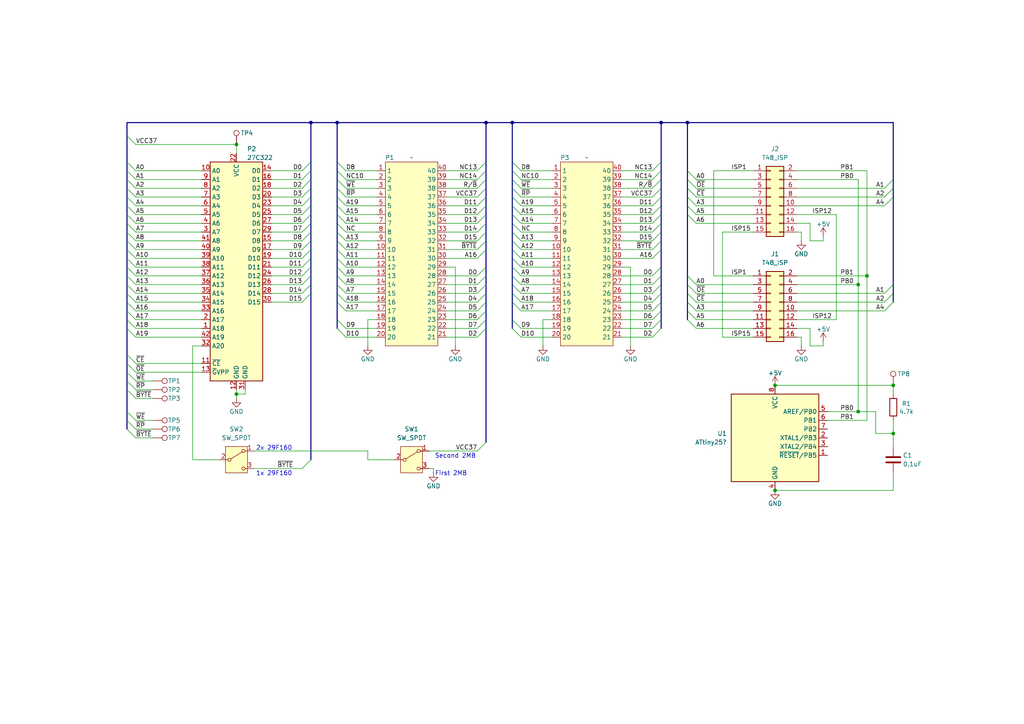
<source format=kicad_sch>
(kicad_sch (version 20231120) (generator "eeschema") (generator_version "8.0")
  (paper "A4")
  (title_block (title "29F160 to UV EPROM") (date "2025-05-20") (rev "v1.2") (company "https://github.com/MouseBiteLabs"))
  (lib_symbols
    (symbol "Bucketmouse:T48_ISP" (pin_names (offset 1.016) hide)
      (property "Reference" "J" (at 1.27 10.16 0))
      (property "Value" "T48_ISP" (at 1.27 -12.7 0))
      (symbol "T48_ISP_1_1"
        (pin passive line (at -5.08 7.62 0) (length 3.81) (name "Pin_1") (number "1"))
        (pin passive line (at 7.62 -2.54 180) (length 3.81) (name "Pin_10") (number "10"))
        (pin passive line (at -5.08 -5.08 0) (length 3.81) (name "Pin_11") (number "11"))
        (pin passive line (at 7.62 -5.08 180) (length 3.81) (name "Pin_12") (number "12"))
        (pin passive line (at -5.08 -7.62 0) (length 3.81) (name "Pin_13") (number "13"))
        (pin passive line (at 7.62 -7.62 180) (length 3.81) (name "Pin_14") (number "14"))
        (pin passive line (at -5.08 -10.16 0) (length 3.81) (name "Pin_15") (number "15"))
        (pin passive line (at 7.62 -10.16 180) (length 3.81) (name "Pin_16") (number "16"))
        (pin passive line (at 7.62 7.62 180) (length 3.81) (name "Pin_2") (number "2"))
        (pin passive line (at -5.08 5.08 0) (length 3.81) (name "Pin_3") (number "3"))
        (pin passive line (at 7.62 5.08 180) (length 3.81) (name "Pin_4") (number "4"))
        (pin passive line (at -5.08 2.54 0) (length 3.81) (name "Pin_5") (number "5"))
        (pin passive line (at 7.62 2.54 180) (length 3.81) (name "Pin_6") (number "6"))
        (pin passive line (at -5.08 0 0) (length 3.81) (name "Pin_7") (number "7"))
        (pin passive line (at 7.62 0 180) (length 3.81) (name "Pin_8") (number "8"))
        (pin passive line (at -5.08 -2.54 0) (length 3.81) (name "Pin_9") (number "9"))
      )
    )
    (symbol "Bucketmouse:T48_ZIF"
      (property "Reference" "P" (at -7.112 27.94 0))
      (symbol "T48_ZIF_1_1"
        (pin unspecified line (at -10.16 24.13 0) (length 2.54) (name "1") (number "1"))
        (pin unspecified line (at -10.16 1.27 0) (length 2.54) (name "10") (number "10"))
        (pin unspecified line (at -10.16 -1.27 0) (length 2.54) (name "11") (number "11"))
        (pin unspecified line (at -10.16 -3.81 0) (length 2.54) (name "12") (number "12"))
        (pin unspecified line (at -10.16 -6.35 0) (length 2.54) (name "13") (number "13"))
        (pin unspecified line (at -10.16 -8.89 0) (length 2.54) (name "14") (number "14"))
        (pin unspecified line (at -10.16 -11.43 0) (length 2.54) (name "15") (number "15"))
        (pin unspecified line (at -10.16 -13.97 0) (length 2.54) (name "16") (number "16"))
        (pin unspecified line (at -10.16 -16.51 0) (length 2.54) (name "17") (number "17"))
        (pin unspecified line (at -10.16 -19.05 0) (length 2.54) (name "18") (number "18"))
        (pin unspecified line (at -10.16 -21.59 0) (length 2.54) (name "19") (number "19"))
        (pin unspecified line (at -10.16 21.59 0) (length 2.54) (name "2") (number "2"))
        (pin unspecified line (at -10.16 -24.13 0) (length 2.54) (name "20") (number "20"))
        (pin unspecified line (at 10.16 -24.13 180) (length 2.54) (name "21") (number "21"))
        (pin unspecified line (at 10.16 -21.59 180) (length 2.54) (name "22") (number "22"))
        (pin unspecified line (at 10.16 -19.05 180) (length 2.54) (name "23") (number "23"))
        (pin unspecified line (at 10.16 -16.51 180) (length 2.54) (name "24") (number "24"))
        (pin unspecified line (at 10.16 -13.97 180) (length 2.54) (name "25") (number "25"))
        (pin unspecified line (at 10.16 -11.43 180) (length 2.54) (name "26") (number "26"))
        (pin unspecified line (at 10.16 -8.89 180) (length 2.54) (name "27") (number "27"))
        (pin unspecified line (at 10.16 -6.35 180) (length 2.54) (name "28") (number "28"))
        (pin unspecified line (at 10.16 -3.81 180) (length 2.54) (name "29") (number "29"))
        (pin unspecified line (at -10.16 19.05 0) (length 2.54) (name "3") (number "3"))
        (pin unspecified line (at 10.16 -1.27 180) (length 2.54) (name "30") (number "30"))
        (pin unspecified line (at 10.16 1.27 180) (length 2.54) (name "31") (number "31"))
        (pin unspecified line (at 10.16 3.81 180) (length 2.54) (name "32") (number "32"))
        (pin unspecified line (at 10.16 6.35 180) (length 2.54) (name "33") (number "33"))
        (pin unspecified line (at 10.16 8.89 180) (length 2.54) (name "34") (number "34"))
        (pin unspecified line (at 10.16 11.43 180) (length 2.54) (name "35") (number "35"))
        (pin unspecified line (at 10.16 13.97 180) (length 2.54) (name "36") (number "36"))
        (pin unspecified line (at 10.16 16.51 180) (length 2.54) (name "37") (number "37"))
        (pin unspecified line (at 10.16 19.05 180) (length 2.54) (name "38") (number "38"))
        (pin unspecified line (at 10.16 21.59 180) (length 2.54) (name "39") (number "39"))
        (pin unspecified line (at -10.16 16.51 0) (length 2.54) (name "4") (number "4"))
        (pin unspecified line (at 10.16 24.13 180) (length 2.54) (name "40") (number "40"))
        (pin unspecified line (at -10.16 13.97 0) (length 2.54) (name "5") (number "5"))
        (pin unspecified line (at -10.16 11.43 0) (length 2.54) (name "6") (number "6"))
        (pin unspecified line (at -10.16 8.89 0) (length 2.54) (name "7") (number "7"))
        (pin unspecified line (at -10.16 6.35 0) (length 2.54) (name "8") (number "8"))
        (pin unspecified line (at -10.16 3.81 0) (length 2.54) (name "9") (number "9"))
      )
    )
    (symbol "Bucketmouse_Nintendo:27C322"
      (property "Reference" "U" (at -7.62 31.75 0))
      (property "Value" "27C322" (at -10.414 -34.29 0))
      (symbol "27C322_1_1"
        (pin input line (at -10.16 -17.78 0) (length 2.54) (name "A18") (number "1"))
        (pin input line (at -10.16 27.94 0) (length 2.54) (name "A0") (number "10"))
        (pin input line (at -10.16 -27.94 0) (length 2.54) (name "~{CE}") (number "11"))
        (pin power_in line (at 0 -35.56 90) (length 2.54) (name "GND") (number "12"))
        (pin input line (at -10.16 -30.48 0) (length 2.54) (name "~{G}VPP") (number "13"))
        (pin tri_state line (at 10.16 27.94 180) (length 2.54) (name "D0") (number "14"))
        (pin tri_state line (at 10.16 7.62 180) (length 2.54) (name "D8") (number "15"))
        (pin tri_state line (at 10.16 25.4 180) (length 2.54) (name "D1") (number "16"))
        (pin tri_state line (at 10.16 5.08 180) (length 2.54) (name "D9") (number "17"))
        (pin tri_state line (at 10.16 22.86 180) (length 2.54) (name "D2") (number "18"))
        (pin tri_state line (at 10.16 2.54 180) (length 2.54) (name "D10") (number "19"))
        (pin input line (at -10.16 -15.24 0) (length 2.54) (name "A17") (number "2"))
        (pin tri_state line (at 10.16 20.32 180) (length 2.54) (name "D3") (number "20"))
        (pin tri_state line (at 10.16 0 180) (length 2.54) (name "D11") (number "21"))
        (pin power_in line (at 0 33.02 270) (length 2.54) (name "VCC") (number "22"))
        (pin tri_state line (at 10.16 17.78 180) (length 2.54) (name "D4") (number "23"))
        (pin tri_state line (at 10.16 -2.54 180) (length 2.54) (name "D12") (number "24"))
        (pin tri_state line (at 10.16 15.24 180) (length 2.54) (name "D5") (number "25"))
        (pin tri_state line (at 10.16 -5.08 180) (length 2.54) (name "D13") (number "26"))
        (pin tri_state line (at 10.16 12.7 180) (length 2.54) (name "D6") (number "27"))
        (pin tri_state line (at 10.16 -7.62 180) (length 2.54) (name "D14") (number "28"))
        (pin tri_state line (at 10.16 10.16 180) (length 2.54) (name "D7") (number "29"))
        (pin input line (at -10.16 10.16 0) (length 2.54) (name "A7") (number "3"))
        (pin tri_state line (at 10.16 -10.16 180) (length 2.54) (name "D15") (number "30"))
        (pin power_in line (at 2.54 -35.56 90) (length 2.54) (name "GND") (number "31"))
        (pin input line (at -10.16 -22.86 0) (length 2.54) (name "A20") (number "32"))
        (pin input line (at -10.16 -12.7 0) (length 2.54) (name "A16") (number "33"))
        (pin input line (at -10.16 -10.16 0) (length 2.54) (name "A15") (number "34"))
        (pin input line (at -10.16 -7.62 0) (length 2.54) (name "A14") (number "35"))
        (pin input line (at -10.16 -5.08 0) (length 2.54) (name "A13") (number "36"))
        (pin input line (at -10.16 -2.54 0) (length 2.54) (name "A12") (number "37"))
        (pin input line (at -10.16 0 0) (length 2.54) (name "A11") (number "38"))
        (pin input line (at -10.16 2.54 0) (length 2.54) (name "A10") (number "39"))
        (pin input line (at -10.16 12.7 0) (length 2.54) (name "A6") (number "4"))
        (pin input line (at -10.16 5.08 0) (length 2.54) (name "A9") (number "40"))
        (pin input line (at -10.16 7.62 0) (length 2.54) (name "A8") (number "41"))
        (pin input line (at -10.16 -20.32 0) (length 2.54) (name "A19") (number "42"))
        (pin input line (at -10.16 15.24 0) (length 2.54) (name "A5") (number "5"))
        (pin input line (at -10.16 17.78 0) (length 2.54) (name "A4") (number "6"))
        (pin input line (at -10.16 20.32 0) (length 2.54) (name "A3") (number "7"))
        (pin input line (at -10.16 22.86 0) (length 2.54) (name "A2") (number "8"))
        (pin input line (at -10.16 25.4 0) (length 2.54) (name "A1") (number "9"))
      )
    )
    (symbol "Connector:TestPoint" (pin_numbers hide) (pin_names (offset 0.762) hide)
      (property "Reference" "TP" (at 0 6.858 0))
      (property "Value" "TestPoint" (at 0 5.08 0))
      (symbol "TestPoint_1_1"
        (pin passive line (at 0 0 90) (length 2.54) (name "1") (number "1"))
      )
    )
    (symbol "Device:C" (pin_numbers hide) (pin_names (offset 0.254))
      (property "Reference" "C" (at 0.635 2.54 0))
      (property "Value" "C" (at 0.635 -2.54 0))
      (symbol "C_1_1"
        (pin passive line (at 0 3.81 270) (length 2.794) (name "~") (number "1"))
        (pin passive line (at 0 -3.81 90) (length 2.794) (name "~") (number "2"))
      )
    )
    (symbol "Device:R" (pin_numbers hide) (pin_names (offset 0))
      (property "Reference" "R" (at 2.032 0 90))
      (property "Value" "R" (at 0 0 90))
      (symbol "R_1_1"
        (pin passive line (at 0 3.81 270) (length 1.27) (name "~") (number "1"))
        (pin passive line (at 0 -3.81 90) (length 1.27) (name "~") (number "2"))
      )
    )
    (symbol "MCU_Microchip_ATtiny:ATtiny25-20SS"
      (property "Reference" "U" (at -12.7 13.97 0))
      (property "Value" "ATtiny25-20SS" (at 2.54 -13.97 0))
      (symbol "ATtiny25-20SS_1_1"
        (pin bidirectional line (at 15.24 -5.08 180) (length 2.54) (name "~{RESET}/PB5") (number "1"))
        (pin bidirectional line (at 15.24 0 180) (length 2.54) (name "XTAL1/PB3") (number "2"))
        (pin bidirectional line (at 15.24 -2.54 180) (length 2.54) (name "XTAL2/PB4") (number "3"))
        (pin power_in line (at 0 -15.24 90) (length 2.54) (name "GND") (number "4"))
        (pin bidirectional line (at 15.24 7.62 180) (length 2.54) (name "AREF/PB0") (number "5"))
        (pin bidirectional line (at 15.24 5.08 180) (length 2.54) (name "PB1") (number "6"))
        (pin bidirectional line (at 15.24 2.54 180) (length 2.54) (name "PB2") (number "7"))
        (pin power_in line (at 0 15.24 270) (length 2.54) (name "VCC") (number "8"))
      )
    )
    (symbol "Switch:SW_SPDT" (pin_names (offset 0) hide)
      (property "Reference" "SW" (at 0 5.08 0))
      (property "Value" "SW_SPDT" (at 0 -5.08 0))
      (symbol "SW_SPDT_1_1"
        (pin passive line (at 5.08 2.54 180) (length 2.54) (name "A") (number "1"))
        (pin passive line (at -5.08 0 0) (length 2.54) (name "B") (number "2"))
        (pin passive line (at 5.08 -2.54 180) (length 2.54) (name "C") (number "3"))
      )
    )
    (symbol "power:+5V" (power) (pin_numbers hide) (pin_names (offset 0) hide)
      (property "Value" "+5V" (at 0 3.556 0))
      (symbol "+5V_1_1"
        (pin power_in line (at 0 0 90) (length 0) (name "~") (number "1"))
      )
    )
    (symbol "power:GND" (power) (pin_numbers hide) (pin_names (offset 0) hide)
      (property "Value" "GND" (at 0 -3.81 0))
      (symbol "GND_1_1"
        (pin power_in line (at 0 0 270) (length 0) (name "~") (number "1"))
      )
    )
  )
  (junction (at 191.77 35.56))
  (junction (at 224.79 111.76))
  (junction (at 224.79 142.24))
  (junction (at 248.92 82.55))
  (junction (at 259.08 111.76))
  (junction (at 68.58 114.3))
  (junction (at 148.59 35.56))
  (junction (at 199.39 35.56))
  (junction (at 248.92 119.38))
  (junction (at 97.79 35.56))
  (junction (at 68.58 41.91))
  (junction (at 251.46 80.01))
  (junction (at 259.08 125.73))
  (junction (at 140.97 35.56))
  (junction (at 90.17 35.56))
  (bus_entry (at 90.17 46.99) (size -2.54 2.54))
  (bus_entry (at 148.59 92.71) (size 2.54 2.54))
  (bus_entry (at 36.83 77.47) (size 2.54 2.54))
  (bus_entry (at 140.97 92.71) (size -2.54 2.54))
  (bus_entry (at 191.77 80.01) (size -2.54 2.54))
  (bus_entry (at 191.77 72.39) (size -2.54 2.54))
  (bus_entry (at 36.83 64.77) (size 2.54 2.54))
  (bus_entry (at 191.77 57.15) (size -2.54 2.54))
  (bus_entry (at 36.83 52.07) (size 2.54 2.54))
  (bus_entry (at 97.79 87.63) (size 2.54 2.54))
  (bus_entry (at 148.59 59.69) (size 2.54 2.54))
  (bus_entry (at 140.97 67.31) (size -2.54 2.54))
  (bus_entry (at 148.59 85.09) (size 2.54 2.54))
  (bus_entry (at 97.79 69.85) (size 2.54 2.54))
  (bus_entry (at 148.59 57.15) (size 2.54 2.54))
  (bus_entry (at 191.77 64.77) (size -2.54 2.54))
  (bus_entry (at 148.59 95.25) (size 2.54 2.54))
  (bus_entry (at 90.17 72.39) (size -2.54 2.54))
  (bus_entry (at 97.79 62.23) (size 2.54 2.54))
  (bus_entry (at 36.83 80.01) (size 2.54 2.54))
  (bus_entry (at 140.97 59.69) (size -2.54 2.54))
  (bus_entry (at 259.08 82.55) (size -2.54 2.54))
  (bus_entry (at 36.83 87.63) (size 2.54 2.54))
  (bus_entry (at 191.77 52.07) (size -2.54 2.54))
  (bus_entry (at 97.79 46.99) (size 2.54 2.54))
  (bus_entry (at 97.79 92.71) (size 2.54 2.54))
  (bus_entry (at 97.79 57.15) (size 2.54 2.54))
  (bus_entry (at 97.79 82.55) (size 2.54 2.54))
  (bus_entry (at 97.79 74.93) (size 2.54 2.54))
  (bus_entry (at 36.83 72.39) (size 2.54 2.54))
  (bus_entry (at 36.83 107.95) (size 2.54 2.54))
  (bus_entry (at 191.77 59.69) (size -2.54 2.54))
  (bus_entry (at 191.77 90.17) (size -2.54 2.54))
  (bus_entry (at 140.97 77.47) (size -2.54 2.54))
  (bus_entry (at 36.83 49.53) (size 2.54 2.54))
  (bus_entry (at 97.79 59.69) (size 2.54 2.54))
  (bus_entry (at 36.83 39.37) (size 2.54 2.54))
  (bus_entry (at 148.59 54.61) (size 2.54 2.54))
  (bus_entry (at 36.83 69.85) (size 2.54 2.54))
  (bus_entry (at 199.39 87.63) (size 2.54 2.54))
  (bus_entry (at 140.97 72.39) (size -2.54 2.54))
  (bus_entry (at 199.39 62.23) (size 2.54 2.54))
  (bus_entry (at 148.59 46.99) (size 2.54 2.54))
  (bus_entry (at 140.97 54.61) (size -2.54 2.54))
  (bus_entry (at 148.59 80.01) (size 2.54 2.54))
  (bus_entry (at 97.79 64.77) (size 2.54 2.54))
  (bus_entry (at 36.83 119.38) (size 2.54 2.54))
  (bus_entry (at 36.83 85.09) (size 2.54 2.54))
  (bus_entry (at 148.59 87.63) (size 2.54 2.54))
  (bus_entry (at 148.59 72.39) (size 2.54 2.54))
  (bus_entry (at 36.83 57.15) (size 2.54 2.54))
  (bus_entry (at 36.83 74.93) (size 2.54 2.54))
  (bus_entry (at 140.97 128.27) (size -2.54 2.54))
  (bus_entry (at 36.83 124.46) (size 2.54 2.54))
  (bus_entry (at 97.79 72.39) (size 2.54 2.54))
  (bus_entry (at 90.17 69.85) (size -2.54 2.54))
  (bus_entry (at 90.17 62.23) (size -2.54 2.54))
  (bus_entry (at 140.97 95.25) (size -2.54 2.54))
  (bus_entry (at 191.77 95.25) (size -2.54 2.54))
  (bus_entry (at 36.83 102.87) (size 2.54 2.54))
  (bus_entry (at 36.83 105.41) (size 2.54 2.54))
  (bus_entry (at 140.97 62.23) (size -2.54 2.54))
  (bus_entry (at 36.83 110.49) (size 2.54 2.54))
  (bus_entry (at 36.83 90.17) (size 2.54 2.54))
  (bus_entry (at 148.59 52.07) (size 2.54 2.54))
  (bus_entry (at 259.08 85.09) (size -2.54 2.54))
  (bus_entry (at 90.17 67.31) (size -2.54 2.54))
  (bus_entry (at 90.17 64.77) (size -2.54 2.54))
  (bus_entry (at 199.39 49.53) (size 2.54 2.54))
  (bus_entry (at 97.79 52.07) (size 2.54 2.54))
  (bus_entry (at 97.79 67.31) (size 2.54 2.54))
  (bus_entry (at 36.83 59.69) (size 2.54 2.54))
  (bus_entry (at 259.08 57.15) (size -2.54 2.54))
  (bus_entry (at 140.97 85.09) (size -2.54 2.54))
  (bus_entry (at 148.59 67.31) (size 2.54 2.54))
  (bus_entry (at 199.39 52.07) (size 2.54 2.54))
  (bus_entry (at 259.08 54.61) (size -2.54 2.54))
  (bus_entry (at 97.79 49.53) (size 2.54 2.54))
  (bus_entry (at 140.97 46.99) (size -2.54 2.54))
  (bus_entry (at 140.97 90.17) (size -2.54 2.54))
  (bus_entry (at 191.77 82.55) (size -2.54 2.54))
  (bus_entry (at 36.83 92.71) (size 2.54 2.54))
  (bus_entry (at 90.17 82.55) (size -2.54 2.54))
  (bus_entry (at 191.77 62.23) (size -2.54 2.54))
  (bus_entry (at 97.79 85.09) (size 2.54 2.54))
  (bus_entry (at 199.39 90.17) (size 2.54 2.54))
  (bus_entry (at 90.17 77.47) (size -2.54 2.54))
  (bus_entry (at 97.79 80.01) (size 2.54 2.54))
  (bus_entry (at 140.97 80.01) (size -2.54 2.54))
  (bus_entry (at 90.17 133.35) (size -2.54 2.54))
  (bus_entry (at 148.59 69.85) (size 2.54 2.54))
  (bus_entry (at 191.77 46.99) (size -2.54 2.54))
  (bus_entry (at 199.39 54.61) (size 2.54 2.54))
  (bus_entry (at 148.59 77.47) (size 2.54 2.54))
  (bus_entry (at 90.17 59.69) (size -2.54 2.54))
  (bus_entry (at 199.39 82.55) (size 2.54 2.54))
  (bus_entry (at 36.83 121.92) (size 2.54 2.54))
  (bus_entry (at 199.39 85.09) (size 2.54 2.54))
  (bus_entry (at 191.77 87.63) (size -2.54 2.54))
  (bus_entry (at 191.77 69.85) (size -2.54 2.54))
  (bus_entry (at 199.39 80.01) (size 2.54 2.54))
  (bus_entry (at 140.97 87.63) (size -2.54 2.54))
  (bus_entry (at 191.77 54.61) (size -2.54 2.54))
  (bus_entry (at 148.59 49.53) (size 2.54 2.54))
  (bus_entry (at 259.08 87.63) (size -2.54 2.54))
  (bus_entry (at 191.77 85.09) (size -2.54 2.54))
  (bus_entry (at 36.83 54.61) (size 2.54 2.54))
  (bus_entry (at 90.17 85.09) (size -2.54 2.54))
  (bus_entry (at 97.79 77.47) (size 2.54 2.54))
  (bus_entry (at 90.17 57.15) (size -2.54 2.54))
  (bus_entry (at 191.77 49.53) (size -2.54 2.54))
  (bus_entry (at 191.77 77.47) (size -2.54 2.54))
  (bus_entry (at 140.97 49.53) (size -2.54 2.54))
  (bus_entry (at 36.83 46.99) (size 2.54 2.54))
  (bus_entry (at 199.39 57.15) (size 2.54 2.54))
  (bus_entry (at 259.08 52.07) (size -2.54 2.54))
  (bus_entry (at 199.39 92.71) (size 2.54 2.54))
  (bus_entry (at 97.79 95.25) (size 2.54 2.54))
  (bus_entry (at 140.97 69.85) (size -2.54 2.54))
  (bus_entry (at 90.17 54.61) (size -2.54 2.54))
  (bus_entry (at 90.17 74.93) (size -2.54 2.54))
  (bus_entry (at 148.59 64.77) (size 2.54 2.54))
  (bus_entry (at 148.59 74.93) (size 2.54 2.54))
  (bus_entry (at 90.17 49.53) (size -2.54 2.54))
  (bus_entry (at 191.77 67.31) (size -2.54 2.54))
  (bus_entry (at 140.97 82.55) (size -2.54 2.54))
  (bus_entry (at 90.17 52.07) (size -2.54 2.54))
  (bus_entry (at 140.97 52.07) (size -2.54 2.54))
  (bus_entry (at 36.83 95.25) (size 2.54 2.54))
  (bus_entry (at 90.17 80.01) (size -2.54 2.54))
  (bus_entry (at 36.83 113.03) (size 2.54 2.54))
  (bus_entry (at 140.97 64.77) (size -2.54 2.54))
  (bus_entry (at 148.59 62.23) (size 2.54 2.54))
  (bus_entry (at 36.83 67.31) (size 2.54 2.54))
  (bus_entry (at 148.59 82.55) (size 2.54 2.54))
  (bus_entry (at 191.77 92.71) (size -2.54 2.54))
  (bus_entry (at 36.83 62.23) (size 2.54 2.54))
  (bus_entry (at 97.79 54.61) (size 2.54 2.54))
  (bus_entry (at 199.39 59.69) (size 2.54 2.54))
  (bus_entry (at 36.83 82.55) (size 2.54 2.54))
  (bus_entry (at 140.97 57.15) (size -2.54 2.54))
  (wire (pts (xy 138.43 80.01) (xy 129.54 80.01)))
  (wire (pts (xy 100.33 69.85) (xy 109.22 69.85)))
  (wire (pts (xy 78.74 87.63) (xy 87.63 87.63)))
  (wire (pts (xy 100.33 72.39) (xy 109.22 72.39)))
  (bus (pts (xy 97.79 87.63) (xy 97.79 85.09)))
  (wire (pts (xy 207.01 49.53) (xy 218.44 49.53)))
  (bus (pts (xy 36.83 49.53) (xy 36.83 52.07)))
  (bus (pts (xy 191.77 35.56) (xy 148.59 35.56)))
  (wire (pts (xy 201.93 95.25) (xy 218.44 95.25)))
  (wire (pts (xy 106.68 130.81) (xy 73.66 130.81)))
  (bus (pts (xy 199.39 59.69) (xy 199.39 57.15)))
  (bus (pts (xy 148.59 52.07) (xy 148.59 49.53)))
  (wire (pts (xy 201.93 82.55) (xy 218.44 82.55)))
  (wire (pts (xy 151.13 90.17) (xy 160.02 90.17)))
  (wire (pts (xy 78.74 80.01) (xy 87.63 80.01)))
  (wire (pts (xy 231.14 52.07) (xy 248.92 52.07)))
  (wire (pts (xy 201.93 64.77) (xy 218.44 64.77)))
  (wire (pts (xy 78.74 64.77) (xy 87.63 64.77)))
  (wire (pts (xy 138.43 92.71) (xy 129.54 92.71)))
  (wire (pts (xy 138.43 62.23) (xy 129.54 62.23)))
  (wire (pts (xy 180.34 49.53) (xy 189.23 49.53)))
  (bus (pts (xy 140.97 87.63) (xy 140.97 90.17)))
  (wire (pts (xy 73.66 135.89) (xy 87.63 135.89)))
  (wire (pts (xy 151.13 85.09) (xy 160.02 85.09)))
  (bus (pts (xy 36.83 105.41) (xy 36.83 107.95)))
  (bus (pts (xy 259.08 85.09) (xy 259.08 82.55)))
  (wire (pts (xy 124.46 135.89) (xy 125.73 135.89)))
  (wire (pts (xy 189.23 67.31) (xy 180.34 67.31)))
  (wire (pts (xy 68.58 41.91) (xy 68.58 44.45)))
  (wire (pts (xy 189.23 74.93) (xy 180.34 74.93)))
  (wire (pts (xy 182.88 100.33) (xy 182.88 77.47)))
  (wire (pts (xy 129.54 49.53) (xy 138.43 49.53)))
  (wire (pts (xy 39.37 87.63) (xy 58.42 87.63)))
  (bus (pts (xy 148.59 82.55) (xy 148.59 80.01)))
  (bus (pts (xy 140.97 54.61) (xy 140.97 57.15)))
  (wire (pts (xy 180.34 54.61) (xy 189.23 54.61)))
  (bus (pts (xy 97.79 35.56) (xy 90.17 35.56)))
  (wire (pts (xy 138.43 97.79) (xy 129.54 97.79)))
  (wire (pts (xy 201.93 87.63) (xy 218.44 87.63)))
  (bus (pts (xy 199.39 92.71) (xy 199.39 90.17)))
  (wire (pts (xy 71.12 113.03) (xy 71.12 114.3)))
  (wire (pts (xy 39.37 74.93) (xy 58.42 74.93)))
  (bus (pts (xy 97.79 80.01) (xy 97.79 77.47)))
  (wire (pts (xy 78.74 85.09) (xy 87.63 85.09)))
  (wire (pts (xy 100.33 90.17) (xy 109.22 90.17)))
  (bus (pts (xy 36.83 77.47) (xy 36.83 80.01)))
  (wire (pts (xy 234.95 100.33) (xy 234.95 95.25)))
  (bus (pts (xy 97.79 59.69) (xy 97.79 57.15)))
  (bus (pts (xy 148.59 54.61) (xy 148.59 52.07)))
  (bus (pts (xy 199.39 49.53) (xy 199.39 35.56)))
  (wire (pts (xy 231.14 54.61) (xy 256.54 54.61)))
  (bus (pts (xy 148.59 62.23) (xy 148.59 59.69)))
  (wire (pts (xy 39.37 92.71) (xy 58.42 92.71)))
  (wire (pts (xy 151.13 87.63) (xy 160.02 87.63)))
  (wire (pts (xy 201.93 62.23) (xy 218.44 62.23)))
  (bus (pts (xy 148.59 64.77) (xy 148.59 62.23)))
  (bus (pts (xy 36.83 52.07) (xy 36.83 54.61)))
  (wire (pts (xy 189.23 64.77) (xy 180.34 64.77)))
  (bus (pts (xy 259.08 52.07) (xy 259.08 35.56)))
  (wire (pts (xy 39.37 54.61) (xy 58.42 54.61)))
  (bus (pts (xy 36.83 46.99) (xy 36.83 39.37)))
  (bus (pts (xy 148.59 35.56) (xy 140.97 35.56)))
  (wire (pts (xy 55.88 133.35) (xy 63.5 133.35)))
  (bus (pts (xy 36.83 72.39) (xy 36.83 74.93)))
  (wire (pts (xy 201.93 54.61) (xy 218.44 54.61)))
  (bus (pts (xy 36.83 80.01) (xy 36.83 82.55)))
  (bus (pts (xy 191.77 90.17) (xy 191.77 87.63)))
  (wire (pts (xy 207.01 80.01) (xy 207.01 49.53)))
  (wire (pts (xy 232.41 100.33) (xy 232.41 97.79)))
  (wire (pts (xy 39.37 90.17) (xy 58.42 90.17)))
  (bus (pts (xy 199.39 52.07) (xy 199.39 49.53)))
  (bus (pts (xy 90.17 62.23) (xy 90.17 64.77)))
  (bus (pts (xy 259.08 87.63) (xy 259.08 85.09)))
  (wire (pts (xy 256.54 90.17) (xy 231.14 90.17)))
  (bus (pts (xy 36.83 82.55) (xy 36.83 85.09)))
  (bus (pts (xy 97.79 95.25) (xy 97.79 92.71)))
  (wire (pts (xy 78.74 74.93) (xy 87.63 74.93)))
  (wire (pts (xy 224.79 111.76) (xy 259.08 111.76)))
  (wire (pts (xy 129.54 57.15) (xy 138.43 57.15)))
  (bus (pts (xy 140.97 52.07) (xy 140.97 54.61)))
  (bus (pts (xy 97.79 35.56) (xy 140.97 35.56)))
  (bus (pts (xy 191.77 72.39) (xy 191.77 69.85)))
  (wire (pts (xy 138.43 59.69) (xy 129.54 59.69)))
  (wire (pts (xy 100.33 85.09) (xy 109.22 85.09)))
  (bus (pts (xy 191.77 49.53) (xy 191.77 46.99)))
  (wire (pts (xy 242.57 62.23) (xy 242.57 92.71)))
  (wire (pts (xy 231.14 92.71) (xy 242.57 92.71)))
  (bus (pts (xy 199.39 57.15) (xy 199.39 54.61)))
  (wire (pts (xy 129.54 54.61) (xy 138.43 54.61)))
  (wire (pts (xy 209.55 97.79) (xy 218.44 97.79)))
  (wire (pts (xy 106.68 100.33) (xy 106.68 92.71)))
  (wire (pts (xy 151.13 64.77) (xy 160.02 64.77)))
  (bus (pts (xy 148.59 49.53) (xy 148.59 46.99)))
  (bus (pts (xy 36.83 90.17) (xy 36.83 92.71)))
  (bus (pts (xy 140.97 92.71) (xy 140.97 95.25)))
  (wire (pts (xy 151.13 69.85) (xy 160.02 69.85)))
  (bus (pts (xy 148.59 59.69) (xy 148.59 57.15)))
  (wire (pts (xy 157.48 92.71) (xy 160.02 92.71)))
  (wire (pts (xy 39.37 85.09) (xy 58.42 85.09)))
  (bus (pts (xy 90.17 52.07) (xy 90.17 54.61)))
  (wire (pts (xy 224.79 142.24) (xy 259.08 142.24)))
  (bus (pts (xy 199.39 82.55) (xy 199.39 80.01)))
  (wire (pts (xy 39.37 97.79) (xy 58.42 97.79)))
  (wire (pts (xy 106.68 133.35) (xy 114.3 133.35)))
  (wire (pts (xy 39.37 110.49) (xy 44.45 110.49)))
  (wire (pts (xy 39.37 127) (xy 44.45 127)))
  (wire (pts (xy 189.23 97.79) (xy 180.34 97.79)))
  (wire (pts (xy 231.14 62.23) (xy 242.57 62.23)))
  (bus (pts (xy 148.59 92.71) (xy 148.59 87.63)))
  (bus (pts (xy 140.97 49.53) (xy 140.97 52.07)))
  (bus (pts (xy 148.59 74.93) (xy 148.59 72.39)))
  (bus (pts (xy 140.97 64.77) (xy 140.97 67.31)))
  (wire (pts (xy 259.08 137.16) (xy 259.08 142.24)))
  (wire (pts (xy 100.33 62.23) (xy 109.22 62.23)))
  (bus (pts (xy 191.77 82.55) (xy 191.77 80.01)))
  (wire (pts (xy 201.93 85.09) (xy 218.44 85.09)))
  (wire (pts (xy 231.14 87.63) (xy 256.54 87.63)))
  (wire (pts (xy 138.43 69.85) (xy 129.54 69.85)))
  (wire (pts (xy 209.55 67.31) (xy 209.55 97.79)))
  (wire (pts (xy 201.93 57.15) (xy 218.44 57.15)))
  (bus (pts (xy 90.17 64.77) (xy 90.17 67.31)))
  (bus (pts (xy 191.77 46.99) (xy 191.77 35.56)))
  (wire (pts (xy 151.13 49.53) (xy 160.02 49.53)))
  (bus (pts (xy 199.39 90.17) (xy 199.39 87.63)))
  (bus (pts (xy 36.83 102.87) (xy 36.83 105.41)))
  (bus (pts (xy 199.39 35.56) (xy 191.77 35.56)))
  (wire (pts (xy 78.74 57.15) (xy 87.63 57.15)))
  (wire (pts (xy 78.74 77.47) (xy 87.63 77.47)))
  (wire (pts (xy 78.74 49.53) (xy 87.63 49.53)))
  (bus (pts (xy 191.77 69.85) (xy 191.77 67.31)))
  (bus (pts (xy 90.17 54.61) (xy 90.17 57.15)))
  (wire (pts (xy 231.14 49.53) (xy 251.46 49.53)))
  (bus (pts (xy 97.79 82.55) (xy 97.79 80.01)))
  (wire (pts (xy 232.41 67.31) (xy 231.14 67.31)))
  (bus (pts (xy 97.79 72.39) (xy 97.79 69.85)))
  (bus (pts (xy 97.79 62.23) (xy 97.79 59.69)))
  (wire (pts (xy 138.43 82.55) (xy 129.54 82.55)))
  (wire (pts (xy 151.13 74.93) (xy 160.02 74.93)))
  (bus (pts (xy 148.59 69.85) (xy 148.59 67.31)))
  (bus (pts (xy 97.79 52.07) (xy 97.79 49.53)))
  (wire (pts (xy 151.13 54.61) (xy 160.02 54.61)))
  (wire (pts (xy 189.23 69.85) (xy 180.34 69.85)))
  (wire (pts (xy 189.23 87.63) (xy 180.34 87.63)))
  (bus (pts (xy 36.83 107.95) (xy 36.83 110.49)))
  (wire (pts (xy 39.37 62.23) (xy 58.42 62.23)))
  (wire (pts (xy 39.37 77.47) (xy 58.42 77.47)))
  (wire (pts (xy 209.55 67.31) (xy 218.44 67.31)))
  (wire (pts (xy 39.37 95.25) (xy 58.42 95.25)))
  (bus (pts (xy 90.17 72.39) (xy 90.17 74.93)))
  (wire (pts (xy 78.74 62.23) (xy 87.63 62.23)))
  (bus (pts (xy 90.17 59.69) (xy 90.17 62.23)))
  (wire (pts (xy 100.33 95.25) (xy 109.22 95.25)))
  (wire (pts (xy 248.92 82.55) (xy 248.92 119.38)))
  (bus (pts (xy 191.77 67.31) (xy 191.77 64.77)))
  (bus (pts (xy 97.79 46.99) (xy 97.79 35.56)))
  (wire (pts (xy 189.23 59.69) (xy 180.34 59.69)))
  (wire (pts (xy 151.13 82.55) (xy 160.02 82.55)))
  (wire (pts (xy 251.46 49.53) (xy 251.46 80.01)))
  (bus (pts (xy 140.97 80.01) (xy 140.97 82.55)))
  (bus (pts (xy 199.39 54.61) (xy 199.39 52.07)))
  (wire (pts (xy 254 125.73) (xy 259.08 125.73)))
  (wire (pts (xy 151.13 62.23) (xy 160.02 62.23)))
  (wire (pts (xy 151.13 57.15) (xy 160.02 57.15)))
  (wire (pts (xy 78.74 72.39) (xy 87.63 72.39)))
  (bus (pts (xy 191.77 57.15) (xy 191.77 54.61)))
  (wire (pts (xy 259.08 121.92) (xy 259.08 125.73)))
  (bus (pts (xy 90.17 80.01) (xy 90.17 82.55)))
  (bus (pts (xy 90.17 67.31) (xy 90.17 69.85)))
  (wire (pts (xy 39.37 57.15) (xy 58.42 57.15)))
  (wire (pts (xy 180.34 57.15) (xy 189.23 57.15)))
  (wire (pts (xy 254 119.38) (xy 254 125.73)))
  (bus (pts (xy 36.83 119.38) (xy 36.83 121.92)))
  (bus (pts (xy 259.08 82.55) (xy 259.08 57.15)))
  (bus (pts (xy 36.83 39.37) (xy 36.83 35.56)))
  (wire (pts (xy 100.33 67.31) (xy 109.22 67.31)))
  (wire (pts (xy 100.33 82.55) (xy 109.22 82.55)))
  (wire (pts (xy 100.33 77.47) (xy 109.22 77.47)))
  (bus (pts (xy 140.97 59.69) (xy 140.97 62.23)))
  (wire (pts (xy 39.37 52.07) (xy 58.42 52.07)))
  (wire (pts (xy 180.34 72.39) (xy 189.23 72.39)))
  (wire (pts (xy 232.41 69.85) (xy 232.41 67.31)))
  (wire (pts (xy 240.03 119.38) (xy 248.92 119.38)))
  (bus (pts (xy 36.83 35.56) (xy 90.17 35.56)))
  (wire (pts (xy 182.88 77.47) (xy 180.34 77.47)))
  (wire (pts (xy 189.23 62.23) (xy 180.34 62.23)))
  (bus (pts (xy 140.97 72.39) (xy 140.97 77.47)))
  (wire (pts (xy 106.68 133.35) (xy 106.68 130.81)))
  (wire (pts (xy 151.13 80.01) (xy 160.02 80.01)))
  (bus (pts (xy 148.59 87.63) (xy 148.59 85.09)))
  (wire (pts (xy 189.23 85.09) (xy 180.34 85.09)))
  (bus (pts (xy 140.97 62.23) (xy 140.97 64.77)))
  (bus (pts (xy 36.83 121.92) (xy 36.83 124.46)))
  (wire (pts (xy 39.37 113.03) (xy 44.45 113.03)))
  (bus (pts (xy 97.79 92.71) (xy 97.79 87.63)))
  (wire (pts (xy 251.46 80.01) (xy 251.46 121.92)))
  (wire (pts (xy 207.01 80.01) (xy 218.44 80.01)))
  (wire (pts (xy 189.23 80.01) (xy 180.34 80.01)))
  (wire (pts (xy 100.33 59.69) (xy 109.22 59.69)))
  (bus (pts (xy 148.59 77.47) (xy 148.59 74.93)))
  (bus (pts (xy 97.79 57.15) (xy 97.79 54.61)))
  (wire (pts (xy 231.14 59.69) (xy 256.54 59.69)))
  (wire (pts (xy 234.95 95.25) (xy 231.14 95.25)))
  (bus (pts (xy 140.97 35.56) (xy 140.97 46.99)))
  (wire (pts (xy 78.74 59.69) (xy 87.63 59.69)))
  (wire (pts (xy 100.33 57.15) (xy 109.22 57.15)))
  (bus (pts (xy 97.79 67.31) (xy 97.79 64.77)))
  (bus (pts (xy 90.17 57.15) (xy 90.17 59.69)))
  (wire (pts (xy 124.46 130.81) (xy 138.43 130.81)))
  (wire (pts (xy 132.08 77.47) (xy 129.54 77.47)))
  (wire (pts (xy 201.93 92.71) (xy 218.44 92.71)))
  (wire (pts (xy 151.13 95.25) (xy 160.02 95.25)))
  (wire (pts (xy 55.88 100.33) (xy 55.88 133.35)))
  (bus (pts (xy 97.79 64.77) (xy 97.79 62.23)))
  (wire (pts (xy 189.23 95.25) (xy 180.34 95.25)))
  (bus (pts (xy 90.17 49.53) (xy 90.17 52.07)))
  (wire (pts (xy 100.33 49.53) (xy 109.22 49.53)))
  (wire (pts (xy 138.43 64.77) (xy 129.54 64.77)))
  (bus (pts (xy 199.39 62.23) (xy 199.39 59.69)))
  (wire (pts (xy 78.74 52.07) (xy 87.63 52.07)))
  (bus (pts (xy 90.17 46.99) (xy 90.17 49.53)))
  (bus (pts (xy 140.97 67.31) (xy 140.97 69.85)))
  (wire (pts (xy 78.74 69.85) (xy 87.63 69.85)))
  (wire (pts (xy 151.13 67.31) (xy 160.02 67.31)))
  (bus (pts (xy 140.97 95.25) (xy 140.97 128.27)))
  (bus (pts (xy 148.59 46.99) (xy 148.59 35.56)))
  (wire (pts (xy 248.92 52.07) (xy 248.92 82.55)))
  (wire (pts (xy 201.93 59.69) (xy 218.44 59.69)))
  (bus (pts (xy 259.08 54.61) (xy 259.08 52.07)))
  (wire (pts (xy 151.13 59.69) (xy 160.02 59.69)))
  (bus (pts (xy 97.79 49.53) (xy 97.79 46.99)))
  (bus (pts (xy 259.08 57.15) (xy 259.08 54.61)))
  (bus (pts (xy 36.83 85.09) (xy 36.83 87.63)))
  (bus (pts (xy 191.77 87.63) (xy 191.77 85.09)))
  (wire (pts (xy 138.43 74.93) (xy 129.54 74.93)))
  (wire (pts (xy 138.43 85.09) (xy 129.54 85.09)))
  (bus (pts (xy 97.79 74.93) (xy 97.79 72.39)))
  (wire (pts (xy 189.23 82.55) (xy 180.34 82.55)))
  (wire (pts (xy 39.37 115.57) (xy 44.45 115.57)))
  (wire (pts (xy 39.37 82.55) (xy 58.42 82.55)))
  (bus (pts (xy 199.39 85.09) (xy 199.39 82.55)))
  (wire (pts (xy 180.34 52.07) (xy 189.23 52.07)))
  (bus (pts (xy 140.97 77.47) (xy 140.97 80.01)))
  (bus (pts (xy 191.77 62.23) (xy 191.77 59.69)))
  (wire (pts (xy 100.33 52.07) (xy 109.22 52.07)))
  (bus (pts (xy 36.83 46.99) (xy 36.83 49.53)))
  (wire (pts (xy 39.37 69.85) (xy 58.42 69.85)))
  (wire (pts (xy 39.37 59.69) (xy 58.42 59.69)))
  (bus (pts (xy 148.59 67.31) (xy 148.59 64.77)))
  (wire (pts (xy 259.08 125.73) (xy 259.08 129.54)))
  (bus (pts (xy 259.08 35.56) (xy 199.39 35.56)))
  (bus (pts (xy 191.77 64.77) (xy 191.77 62.23)))
  (wire (pts (xy 151.13 97.79) (xy 160.02 97.79)))
  (wire (pts (xy 68.58 113.03) (xy 68.58 114.3)))
  (wire (pts (xy 129.54 52.07) (xy 138.43 52.07)))
  (wire (pts (xy 100.33 87.63) (xy 109.22 87.63)))
  (wire (pts (xy 39.37 41.91) (xy 68.58 41.91)))
  (wire (pts (xy 55.88 100.33) (xy 58.42 100.33)))
  (bus (pts (xy 140.97 46.99) (xy 140.97 49.53)))
  (wire (pts (xy 100.33 54.61) (xy 109.22 54.61)))
  (bus (pts (xy 191.77 80.01) (xy 191.77 77.47)))
  (bus (pts (xy 148.59 57.15) (xy 148.59 54.61)))
  (wire (pts (xy 234.95 69.85) (xy 238.76 69.85)))
  (bus (pts (xy 90.17 35.56) (xy 90.17 46.99)))
  (bus (pts (xy 140.97 57.15) (xy 140.97 59.69)))
  (wire (pts (xy 78.74 67.31) (xy 87.63 67.31)))
  (wire (pts (xy 234.95 100.33) (xy 238.76 100.33)))
  (wire (pts (xy 39.37 121.92) (xy 44.45 121.92)))
  (wire (pts (xy 39.37 49.53) (xy 58.42 49.53)))
  (wire (pts (xy 39.37 107.95) (xy 58.42 107.95)))
  (bus (pts (xy 36.83 110.49) (xy 36.83 113.03)))
  (bus (pts (xy 191.77 77.47) (xy 191.77 72.39)))
  (wire (pts (xy 39.37 80.01) (xy 58.42 80.01)))
  (bus (pts (xy 191.77 59.69) (xy 191.77 57.15)))
  (wire (pts (xy 231.14 57.15) (xy 256.54 57.15)))
  (bus (pts (xy 90.17 82.55) (xy 90.17 85.09)))
  (bus (pts (xy 97.79 54.61) (xy 97.79 52.07)))
  (wire (pts (xy 138.43 90.17) (xy 129.54 90.17)))
  (wire (pts (xy 151.13 72.39) (xy 160.02 72.39)))
  (bus (pts (xy 36.83 87.63) (xy 36.83 90.17)))
  (bus (pts (xy 90.17 74.93) (xy 90.17 77.47)))
  (wire (pts (xy 240.03 121.92) (xy 251.46 121.92)))
  (bus (pts (xy 191.77 95.25) (xy 191.77 92.71)))
  (wire (pts (xy 100.33 80.01) (xy 109.22 80.01)))
  (bus (pts (xy 90.17 69.85) (xy 90.17 72.39)))
  (wire (pts (xy 68.58 114.3) (xy 68.58 115.57)))
  (bus (pts (xy 97.79 85.09) (xy 97.79 82.55)))
  (wire (pts (xy 232.41 97.79) (xy 231.14 97.79)))
  (bus (pts (xy 199.39 80.01) (xy 199.39 62.23)))
  (bus (pts (xy 148.59 85.09) (xy 148.59 82.55)))
  (wire (pts (xy 78.74 54.61) (xy 87.63 54.61)))
  (bus (pts (xy 36.83 113.03) (xy 36.83 119.38)))
  (wire (pts (xy 238.76 69.85) (xy 238.76 68.58)))
  (bus (pts (xy 191.77 52.07) (xy 191.77 49.53)))
  (bus (pts (xy 148.59 95.25) (xy 148.59 92.71)))
  (wire (pts (xy 248.92 119.38) (xy 254 119.38)))
  (wire (pts (xy 201.93 52.07) (xy 218.44 52.07)))
  (wire (pts (xy 238.76 100.33) (xy 238.76 99.06)))
  (bus (pts (xy 90.17 77.47) (xy 90.17 80.01)))
  (wire (pts (xy 234.95 69.85) (xy 234.95 64.77)))
  (bus (pts (xy 191.77 85.09) (xy 191.77 82.55)))
  (wire (pts (xy 39.37 64.77) (xy 58.42 64.77)))
  (wire (pts (xy 201.93 90.17) (xy 218.44 90.17)))
  (wire (pts (xy 100.33 97.79) (xy 109.22 97.79)))
  (wire (pts (xy 151.13 77.47) (xy 160.02 77.47)))
  (wire (pts (xy 39.37 124.46) (xy 44.45 124.46)))
  (bus (pts (xy 36.83 54.61) (xy 36.83 57.15)))
  (bus (pts (xy 148.59 72.39) (xy 148.59 69.85)))
  (wire (pts (xy 138.43 87.63) (xy 129.54 87.63)))
  (bus (pts (xy 191.77 92.71) (xy 191.77 90.17)))
  (wire (pts (xy 189.23 90.17) (xy 180.34 90.17)))
  (bus (pts (xy 140.97 82.55) (xy 140.97 85.09)))
  (bus (pts (xy 36.83 67.31) (xy 36.83 69.85)))
  (bus (pts (xy 140.97 85.09) (xy 140.97 87.63)))
  (bus (pts (xy 199.39 87.63) (xy 199.39 85.09)))
  (bus (pts (xy 36.83 74.93) (xy 36.83 77.47)))
  (wire (pts (xy 100.33 74.93) (xy 109.22 74.93)))
  (wire (pts (xy 231.14 82.55) (xy 248.92 82.55)))
  (wire (pts (xy 39.37 72.39) (xy 58.42 72.39)))
  (wire (pts (xy 125.73 135.89) (xy 125.73 137.16)))
  (wire (pts (xy 132.08 100.33) (xy 132.08 77.47)))
  (wire (pts (xy 106.68 92.71) (xy 109.22 92.71)))
  (bus (pts (xy 36.83 57.15) (xy 36.83 59.69)))
  (wire (pts (xy 129.54 72.39) (xy 138.43 72.39)))
  (wire (pts (xy 138.43 67.31) (xy 129.54 67.31)))
  (bus (pts (xy 140.97 90.17) (xy 140.97 92.71)))
  (wire (pts (xy 157.48 100.33) (xy 157.48 92.71)))
  (bus (pts (xy 36.83 92.71) (xy 36.83 95.25)))
  (bus (pts (xy 36.83 59.69) (xy 36.83 62.23)))
  (bus (pts (xy 36.83 62.23) (xy 36.83 64.77)))
  (bus (pts (xy 148.59 80.01) (xy 148.59 77.47)))
  (wire (pts (xy 138.43 95.25) (xy 129.54 95.25)))
  (wire (pts (xy 78.74 82.55) (xy 87.63 82.55)))
  (bus (pts (xy 36.83 69.85) (xy 36.83 72.39)))
  (wire (pts (xy 259.08 111.76) (xy 259.08 114.3)))
  (wire (pts (xy 39.37 105.41) (xy 58.42 105.41)))
  (bus (pts (xy 36.83 95.25) (xy 36.83 102.87)))
  (wire (pts (xy 39.37 67.31) (xy 58.42 67.31)))
  (bus (pts (xy 97.79 77.47) (xy 97.79 74.93)))
  (wire (pts (xy 234.95 64.77) (xy 231.14 64.77)))
  (wire (pts (xy 151.13 52.07) (xy 160.02 52.07)))
  (wire (pts (xy 189.23 92.71) (xy 180.34 92.71)))
  (wire (pts (xy 68.58 114.3) (xy 71.12 114.3)))
  (bus (pts (xy 90.17 85.09) (xy 90.17 133.35)))
  (wire (pts (xy 100.33 64.77) (xy 109.22 64.77)))
  (wire (pts (xy 231.14 80.01) (xy 251.46 80.01)))
  (bus (pts (xy 36.83 64.77) (xy 36.83 67.31)))
  (wire (pts (xy 231.14 85.09) (xy 256.54 85.09)))
  (bus (pts (xy 191.77 54.61) (xy 191.77 52.07)))
  (bus (pts (xy 97.79 69.85) (xy 97.79 67.31)))
  (bus (pts (xy 140.97 69.85) (xy 140.97 72.39)))
  (text "1x 29F160" (at 79.502 137.414 0) (effects (font (size 1.27 1.27))))
  (text "First 2MB" (at 130.81 137.414 0) (effects (font (size 1.27 1.27))))
  (text "2x 29F160" (at 79.502 130.048 0) (effects (font (size 1.27 1.27))))
  (text "Second 2MB" (at 132.08 132.334 0) (effects (font (size 1.27 1.27))))
  (label "A11" (at 100.33 74.93 0))
  (label "A1" (at 39.37 52.07 0))
  (label "D4" (at 87.63 59.69 180))
  (label "ISP1" (at 212.09 80.01 0))
  (label "A14" (at 100.33 64.77 0))
  (label "A19" (at 100.33 59.69 0))
  (label "~{CE}" (at 201.93 57.15 0))
  (label "D14" (at 189.23 67.31 180))
  (label "A13" (at 100.33 69.85 0))
  (label "A14" (at 151.13 64.77 0))
  (label "NC10" (at 100.33 52.07 0))
  (label "R{slash}~{B}" (at 189.23 54.61 180))
  (label "ISP1" (at 212.09 49.53 0))
  (label "VCC37" (at 138.43 130.81 180))
  (label "A15" (at 151.13 62.23 0))
  (label "D13" (at 87.63 82.55 180))
  (label "D5" (at 138.43 90.17 180))
  (label "A9" (at 39.37 72.39 0))
  (label "A12" (at 151.13 72.39 0))
  (label "D12" (at 189.23 62.23 180))
  (label "D12" (at 87.63 80.01 180))
  (label "A17" (at 151.13 90.17 0))
  (label "~{RP}" (at 39.37 124.46 0))
  (label "VCC37" (at 189.23 57.15 180))
  (label "A17" (at 39.37 92.71 0))
  (label "D15" (at 138.43 69.85 180))
  (label "A0" (at 201.93 52.07 0))
  (label "A11" (at 39.37 77.47 0))
  (label "A3" (at 201.93 90.17 0))
  (label "D5" (at 87.63 62.23 180))
  (label "ISP15" (at 212.09 97.79 0))
  (label "VCC37" (at 39.37 41.91 0))
  (label "A5" (at 201.93 62.23 0))
  (label "A8" (at 100.33 82.55 0))
  (label "ISP15" (at 212.09 67.31 0))
  (label "A18" (at 151.13 87.63 0))
  (label "PB1" (at 247.65 49.53 180))
  (label "D2" (at 189.23 97.79 180))
  (label "~{RP}" (at 151.13 57.15 0))
  (label "D5" (at 189.23 90.17 180))
  (label "A7" (at 39.37 67.31 0))
  (label "D8" (at 87.63 69.85 180))
  (label "D15" (at 189.23 69.85 180))
  (label "PB0" (at 247.65 52.07 180))
  (label "D1" (at 87.63 52.07 180))
  (label "~{OE}" (at 201.93 54.61 0))
  (label "D0" (at 87.63 49.53 180))
  (label "A17" (at 100.33 90.17 0))
  (label "PB0" (at 247.65 119.38 180))
  (label "A13" (at 151.13 69.85 0))
  (label "A18" (at 100.33 87.63 0))
  (label "A16" (at 39.37 90.17 0))
  (label "A16" (at 189.23 74.93 180))
  (label "~{BYTE}" (at 39.37 127 0))
  (label "A19" (at 151.13 59.69 0))
  (label "VCC37" (at 138.43 57.15 180))
  (label "A4" (at 256.54 59.69 180))
  (label "~{CE}" (at 201.93 87.63 0))
  (label "NC10" (at 151.13 52.07 0))
  (label "~{WE}" (at 39.37 121.92 0))
  (label "ISP12" (at 241.3 92.71 180))
  (label "D13" (at 138.43 64.77 180))
  (label "A4" (at 256.54 90.17 180))
  (label "D9" (at 151.13 95.25 0))
  (label "A6" (at 201.93 64.77 0))
  (label "A3" (at 201.93 59.69 0))
  (label "A9" (at 151.13 80.01 0))
  (label "A7" (at 100.33 85.09 0))
  (label "D13" (at 189.23 64.77 180))
  (label "A18" (at 39.37 95.25 0))
  (label "PB1" (at 247.65 80.01 180))
  (label "~{WE}" (at 39.37 110.49 0))
  (label "A6" (at 201.93 95.25 0))
  (label "~{RP}" (at 39.37 113.03 0))
  (label "A14" (at 39.37 85.09 0))
  (label "~{WE}" (at 151.13 54.61 0))
  (label "D2" (at 87.63 54.61 180))
  (label "A11" (at 151.13 74.93 0))
  (label "A16" (at 138.43 74.93 180))
  (label "D4" (at 138.43 87.63 180))
  (label "NC13" (at 189.23 49.53 180))
  (label "D8" (at 151.13 49.53 0))
  (label "~{OE}" (at 201.93 85.09 0))
  (label "A9" (at 100.33 80.01 0))
  (label "A10" (at 151.13 77.47 0))
  (label "ISP12" (at 241.3 62.23 180))
  (label "D9" (at 87.63 72.39 180))
  (label "NC" (at 151.13 67.31 0))
  (label "D10" (at 151.13 97.79 0))
  (label "A7" (at 151.13 85.09 0))
  (label "D12" (at 138.43 62.23 180))
  (label "D1" (at 138.43 82.55 180))
  (label "A5" (at 201.93 92.71 0))
  (label "D6" (at 87.63 64.77 180))
  (label "D9" (at 100.33 95.25 0))
  (label "D7" (at 87.63 67.31 180))
  (label "A8" (at 151.13 82.55 0))
  (label "D3" (at 138.43 85.09 180))
  (label "A2" (at 39.37 54.61 0))
  (label "A12" (at 39.37 80.01 0))
  (label "A2" (at 256.54 57.15 180))
  (label "~{BYTE}" (at 85.09 135.89 180))
  (label "~{WE}" (at 100.33 54.61 0))
  (label "D8" (at 100.33 49.53 0))
  (label "D7" (at 138.43 95.25 180))
  (label "NC" (at 100.33 67.31 0))
  (label "A5" (at 39.37 62.23 0))
  (label "D10" (at 87.63 74.93 180))
  (label "A10" (at 39.37 74.93 0))
  (label "D11" (at 87.63 77.47 180))
  (label "A2" (at 256.54 87.63 180))
  (label "R{slash}~{B}" (at 138.43 54.61 180))
  (label "A1" (at 256.54 54.61 180))
  (label "D0" (at 189.23 80.01 180))
  (label "~{BYTE}" (at 138.43 72.39 180))
  (label "A8" (at 39.37 69.85 0))
  (label "A13" (at 39.37 82.55 0))
  (label "D0" (at 138.43 80.01 180))
  (label "A1" (at 256.54 85.09 180))
  (label "D3" (at 189.23 85.09 180))
  (label "PB0" (at 247.65 82.55 180))
  (label "A4" (at 39.37 59.69 0))
  (label "NC14" (at 138.43 52.07 180))
  (label "D7" (at 189.23 95.25 180))
  (label "NC14" (at 189.23 52.07 180))
  (label "D6" (at 189.23 92.71 180))
  (label "A10" (at 100.33 77.47 0))
  (label "A19" (at 39.37 97.79 0))
  (label "D3" (at 87.63 57.15 180))
  (label "A6" (at 39.37 64.77 0))
  (label "NC13" (at 138.43 49.53 180))
  (label "D15" (at 87.63 87.63 180))
  (label "D4" (at 189.23 87.63 180))
  (label "D11" (at 189.23 59.69 180))
  (label "D6" (at 138.43 92.71 180))
  (label "D14" (at 87.63 85.09 180))
  (label "D11" (at 138.43 59.69 180))
  (label "A12" (at 100.33 72.39 0))
  (label "~{BYTE}" (at 189.23 72.39 180))
  (label "~{CE}" (at 39.37 105.41 0))
  (label "PB1" (at 247.65 121.92 180))
  (label "A0" (at 201.93 82.55 0))
  (label "A0" (at 39.37 49.53 0))
  (label "D10" (at 100.33 97.79 0))
  (label "A3" (at 39.37 57.15 0))
  (label "A15" (at 39.37 87.63 0))
  (label "D14" (at 138.43 67.31 180))
  (label "~{RP}" (at 100.33 57.15 0))
  (label "D2" (at 138.43 97.79 180))
  (label "~{OE}" (at 39.37 107.95 0))
  (label "D1" (at 189.23 82.55 180))
  (label "~{BYTE}" (at 39.37 115.57 0))
  (label "A15" (at 100.33 62.23 0))
  (symbol (lib_id "Connector:TestPoint") (at 44.45 121.92 270) (mirror x) (unit 1)
    (property "Reference" "TP5" (at 50.546 121.92 90))
    (property "Value" "TPB1,27" (effects (hide yes)))
    (property "Footprint" "Bucketmouse:TestPoint_THTPad_D1.5mm_Drill0.7mm" (effects (hide yes)))
    (property "Description" "test point" (effects (hide yes)))
  )
  (symbol (lib_id "Bucketmouse:T48_ZIF") (at 170.18 73.66 0) (unit 1)
    (property "Reference" "P3" (at 163.83 45.72 0))
    (property "Value" "~" (at 170.18 45.72 0))
    (property "Footprint" "Bucketmouse:T48_ZIF" (effects (hide yes)))
  )
  (symbol (lib_id "Bucketmouse_Nintendo:27C322") (at 68.58 77.47 0) (unit 1)
    (property "Reference" "P2" (at 71.628 43.18 0) (effects (justify left)))
    (property "Value" "27C322" (at 71.628 45.72 0) (effects (justify left)))
    (property "Footprint" "Package_DIP:DIP-42_W15.24mm" (effects (hide yes)))
    (property "Datasheet" "https://static1.squarespace.com/static/51f517f0e4b01da70d01ca2a/t/5575515de4b0888fee6170ec/1433751901367/27C322.pdf" (effects (hide yes)))
    (property "Description" "32 Mbit UV EPROM" (effects (hide yes)))
  )
  (symbol (lib_id "Device:R") (at 259.08 118.11 0) (unit 1)
    (property "Reference" "R1" (at 262.89 117.094 0))
    (property "Value" "4.7k" (at 262.89 119.38 0))
    (property "Footprint" "Bucketmouse:R_0603_1608Metric_Boxed" (effects (hide yes)))
    (property "Description" "Resistor" (effects (hide yes)))
  )
  (symbol (lib_id "power:GND") (at 125.73 137.16 0) (unit 1)
    (property "Reference" "#PWR021" (effects (hide yes)))
    (property "Value" "GND" (at 125.73 140.97 0))
    (property "Description" "Power symbol creates a global label with name \"GND\" , ground" (effects (hide yes)))
  )
  (symbol (lib_id "Bucketmouse:T48_ZIF") (at 119.38 73.66 0) (unit 1)
    (property "Reference" "P1" (at 113.03 45.72 0))
    (property "Value" "~" (at 119.38 45.72 0))
    (property "Footprint" "Bucketmouse:T48_ZIF" (effects (hide yes)))
  )
  (symbol (lib_id "Connector:TestPoint") (at 44.45 115.57 270) (mirror x) (unit 1)
    (property "Reference" "TP3" (at 50.546 115.57 90))
    (property "Value" "TPB1,27" (effects (hide yes)))
    (property "Footprint" "Bucketmouse:TestPoint_THTPad_D1.5mm_Drill0.7mm" (effects (hide yes)))
    (property "Description" "test point" (effects (hide yes)))
  )
  (symbol (lib_id "Bucketmouse:T48_ISP") (at 223.52 57.15 0) (unit 1)
    (property "Reference" "J2" (at 224.79 43.18 0))
    (property "Value" "T48_ISP" (at 224.79 45.72 0))
    (property "Footprint" "Connector_PinHeader_2.54mm:PinHeader_2x08_P2.54mm_Vertical" (effects (hide yes)))
    (property "Description" "Generic connector, double row, 02x08, odd/even pin numbering scheme (row 1 odd numbers, row 2 even numbers), script generated (kicad-library-utils/schlib/autogen/connector/)" (effects (hide yes)))
  )
  (symbol (lib_id "Connector:TestPoint") (at 44.45 127 270) (mirror x) (unit 1)
    (property "Reference" "TP7" (at 50.546 127 90))
    (property "Value" "TPB1,27" (effects (hide yes)))
    (property "Footprint" "Bucketmouse:TestPoint_THTPad_D1.5mm_Drill0.7mm" (effects (hide yes)))
    (property "Description" "test point" (effects (hide yes)))
  )
  (symbol (lib_id "Switch:SW_SPDT") (at 68.58 133.35 0) (unit 1)
    (property "Reference" "SW2" (at 68.58 124.46 0))
    (property "Value" "SW_SPDT" (at 68.58 127 0))
    (property "Footprint" "Button_Switch_THT:SW_E-Switch_EG1271_SPDT" (effects (hide yes)))
    (property "Description" "Switch, single pole double throw" (effects (hide yes)))
  )
  (symbol (lib_id "Connector:TestPoint") (at 44.45 113.03 270) (mirror x) (unit 1)
    (property "Reference" "TP2" (at 50.546 113.03 90))
    (property "Value" "TPB1,27" (effects (hide yes)))
    (property "Footprint" "Bucketmouse:TestPoint_THTPad_D1.5mm_Drill0.7mm" (effects (hide yes)))
    (property "Description" "test point" (effects (hide yes)))
  )
  (symbol (lib_id "power:+5V") (at 224.79 111.76 0) (unit 1)
    (property "Reference" "#PWR06" (effects (hide yes)))
    (property "Value" "+5V" (at 224.79 108.204 0))
    (property "Description" "Power symbol creates a global label with name \"+5V\"" (effects (hide yes)))
  )
  (symbol (lib_id "power:GND") (at 157.48 100.33 0) (mirror y) (unit 1)
    (property "Reference" "#PWR07" (effects (hide yes)))
    (property "Value" "GND" (at 157.48 104.14 0))
    (property "Description" "Power symbol creates a global label with name \"GND\" , ground" (effects (hide yes)))
  )
  (symbol (lib_id "Connector:TestPoint") (at 259.08 111.76 0) (mirror y) (unit 1)
    (property "Reference" "TP8" (at 262.128 108.458 0))
    (property "Value" "TPB1,27" (effects (hide yes)))
    (property "Footprint" "Bucketmouse:TestPoint_THTPad_D1.5mm_Drill0.7mm" (effects (hide yes)))
    (property "Description" "test point" (effects (hide yes)))
  )
  (symbol (lib_id "MCU_Microchip_ATtiny:ATtiny25-20SS") (at 224.79 127 0) (unit 1)
    (property "Reference" "U1" (at 210.82 125.7299 0) (effects (justify right)))
    (property "Value" "ATtiny25?" (at 210.82 128.2699 0) (effects (justify right)))
    (property "Footprint" "Bucketmouse:SOIC-8_3.9x4.9mm_P1.27mm" (effects (hide yes)))
    (property "Datasheet" "http://ww1.microchip.com/downloads/en/DeviceDoc/atmel-2586-avr-8-bit-microcontroller-attiny25-attiny45-attiny85_datasheet.pdf" (effects (hide yes)))
    (property "Description" "20MHz, 2kB Flash, 128B SRAM, 128B EEPROM, debugWIRE, SOIC-8" (effects (hide yes)))
  )
  (symbol (lib_id "power:GND") (at 132.08 100.33 0) (mirror y) (unit 1)
    (property "Reference" "#PWR05" (effects (hide yes)))
    (property "Value" "GND" (at 132.08 104.14 0))
    (property "Description" "Power symbol creates a global label with name \"GND\" , ground" (effects (hide yes)))
  )
  (symbol (lib_id "Bucketmouse:T48_ISP") (at 223.52 87.63 0) (unit 1)
    (property "Reference" "J1" (at 224.79 73.66 0))
    (property "Value" "T48_ISP" (at 224.79 76.2 0))
    (property "Footprint" "Connector_PinHeader_2.54mm:PinHeader_2x08_P2.54mm_Vertical" (effects (hide yes)))
    (property "Description" "Generic connector, double row, 02x08, odd/even pin numbering scheme (row 1 odd numbers, row 2 even numbers), script generated (kicad-library-utils/schlib/autogen/connector/)" (effects (hide yes)))
  )
  (symbol (lib_id "power:GND") (at 106.68 100.33 0) (mirror y) (unit 1)
    (property "Reference" "#PWR020" (effects (hide yes)))
    (property "Value" "GND" (at 106.68 104.14 0))
    (property "Description" "Power symbol creates a global label with name \"GND\" , ground" (effects (hide yes)))
  )
  (symbol (lib_id "power:GND") (at 232.41 69.85 0) (unit 1)
    (property "Reference" "#PWR03" (effects (hide yes)))
    (property "Value" "GND" (at 232.41 73.66 0))
    (property "Description" "Power symbol creates a global label with name \"GND\" , ground" (effects (hide yes)))
  )
  (symbol (lib_id "power:GND") (at 182.88 100.33 0) (mirror y) (unit 1)
    (property "Reference" "#PWR08" (effects (hide yes)))
    (property "Value" "GND" (at 182.88 104.14 0))
    (property "Description" "Power symbol creates a global label with name \"GND\" , ground" (effects (hide yes)))
  )
  (symbol (lib_id "Connector:TestPoint") (at 68.58 41.91 0) (mirror y) (unit 1)
    (property "Reference" "TP4" (at 71.628 38.608 0))
    (property "Value" "TPB1,27" (effects (hide yes)))
    (property "Footprint" "Bucketmouse:TestPoint_THTPad_D1.5mm_Drill0.7mm" (effects (hide yes)))
    (property "Description" "test point" (effects (hide yes)))
  )
  (symbol (lib_id "power:GND") (at 232.41 100.33 0) (unit 1)
    (property "Reference" "#PWR09" (effects (hide yes)))
    (property "Value" "GND" (at 232.41 104.14 0))
    (property "Description" "Power symbol creates a global label with name \"GND\" , ground" (effects (hide yes)))
  )
  (symbol (lib_id "power:GND") (at 68.58 115.57 0) (mirror y) (unit 1)
    (property "Reference" "#PWR01" (effects (hide yes)))
    (property "Value" "GND" (at 68.58 119.38 0))
    (property "Description" "Power symbol creates a global label with name \"GND\" , ground" (effects (hide yes)))
  )
  (symbol (lib_id "Connector:TestPoint") (at 44.45 110.49 270) (mirror x) (unit 1)
    (property "Reference" "TP1" (at 50.546 110.49 90))
    (property "Value" "TPB1,27" (effects (hide yes)))
    (property "Footprint" "Bucketmouse:TestPoint_THTPad_D1.5mm_Drill0.7mm" (effects (hide yes)))
    (property "Description" "test point" (effects (hide yes)))
  )
  (symbol (lib_id "Device:C") (at 259.08 133.35 0) (unit 1)
    (property "Reference" "C1" (at 261.874 132.08 0) (effects (justify left)))
    (property "Value" "0.1uF" (at 261.874 134.62 0) (effects (justify left)))
    (property "Footprint" "Bucketmouse:C_0603_1608Metric_Boxed" (effects (hide yes)))
    (property "Description" "Unpolarized capacitor" (effects (hide yes)))
  )
  (symbol (lib_id "power:GND") (at 224.79 142.24 0) (unit 1)
    (property "Reference" "#PWR04" (effects (hide yes)))
    (property "Value" "GND" (at 224.79 146.05 0))
    (property "Description" "Power symbol creates a global label with name \"GND\" , ground" (effects (hide yes)))
  )
  (symbol (lib_id "Switch:SW_SPDT") (at 119.38 133.35 0) (unit 1)
    (property "Reference" "SW1" (at 119.38 124.46 0))
    (property "Value" "SW_SPDT" (at 119.38 127 0))
    (property "Footprint" "Button_Switch_THT:SW_E-Switch_EG1271_SPDT" (effects (hide yes)))
    (property "Description" "Switch, single pole double throw" (effects (hide yes)))
  )
  (symbol (lib_id "power:+5V") (at 238.76 99.06 0) (unit 1)
    (property "Reference" "#PWR010" (effects (hide yes)))
    (property "Value" "+5V" (at 238.76 95.504 0))
    (property "Description" "Power symbol creates a global label with name \"+5V\"" (effects (hide yes)))
  )
  (symbol (lib_id "power:+5V") (at 238.76 68.58 0) (unit 1)
    (property "Reference" "#PWR02" (effects (hide yes)))
    (property "Value" "+5V" (at 238.76 65.024 0))
    (property "Description" "Power symbol creates a global label with name \"+5V\"" (effects (hide yes)))
  )
  (symbol (lib_id "Connector:TestPoint") (at 44.45 124.46 270) (mirror x) (unit 1)
    (property "Reference" "TP6" (at 50.546 124.46 90))
    (property "Value" "TPB1,27" (effects (hide yes)))
    (property "Footprint" "Bucketmouse:TestPoint_THTPad_D1.5mm_Drill0.7mm" (effects (hide yes)))
    (property "Description" "test point" (effects (hide yes)))
  )
)
</source>
